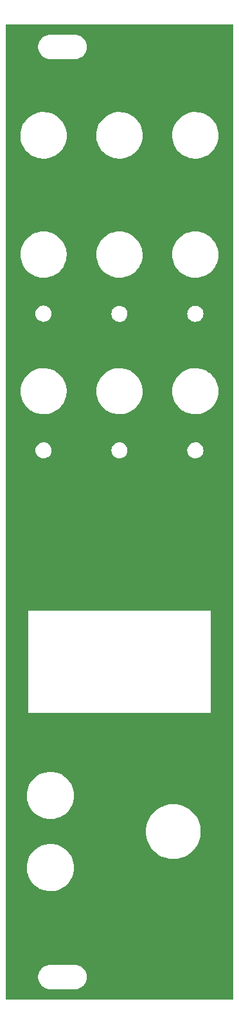
<source format=gbr>
%TF.GenerationSoftware,KiCad,Pcbnew,6.0.11-2627ca5db0~126~ubuntu22.04.1*%
%TF.CreationDate,2023-07-26T01:24:13+03:00*%
%TF.ProjectId,panel,70616e65-6c2e-46b6-9963-61645f706362,rev?*%
%TF.SameCoordinates,Original*%
%TF.FileFunction,Copper,L1,Top*%
%TF.FilePolarity,Positive*%
%FSLAX46Y46*%
G04 Gerber Fmt 4.6, Leading zero omitted, Abs format (unit mm)*
G04 Created by KiCad (PCBNEW 6.0.11-2627ca5db0~126~ubuntu22.04.1) date 2023-07-26 01:24:13*
%MOMM*%
%LPD*%
G01*
G04 APERTURE LIST*
G04 APERTURE END LIST*
%TA.AperFunction,NonConductor*%
G36*
X89931621Y-31780502D02*
G01*
X89978114Y-31834158D01*
X89989500Y-31886500D01*
X89989500Y-160113500D01*
X89969498Y-160181621D01*
X89915842Y-160228114D01*
X89863500Y-160239500D01*
X60136500Y-160239500D01*
X60068379Y-160219498D01*
X60021886Y-160165842D01*
X60010500Y-160113500D01*
X60010500Y-157370690D01*
X64289500Y-157370690D01*
X64325476Y-157609375D01*
X64396624Y-157840032D01*
X64501355Y-158057508D01*
X64637330Y-158256946D01*
X64640536Y-158260401D01*
X64798299Y-158430431D01*
X64798303Y-158430435D01*
X64801510Y-158433891D01*
X64805191Y-158436827D01*
X64805197Y-158436832D01*
X64986548Y-158581454D01*
X64986552Y-158581457D01*
X64990229Y-158584389D01*
X64994305Y-158586742D01*
X64994309Y-158586745D01*
X65099961Y-158647743D01*
X65199271Y-158705079D01*
X65203660Y-158706802D01*
X65203663Y-158706803D01*
X65419572Y-158791541D01*
X65419578Y-158791543D01*
X65423966Y-158793265D01*
X65428565Y-158794315D01*
X65428566Y-158794315D01*
X65654693Y-158845928D01*
X65654695Y-158845928D01*
X65659294Y-158846978D01*
X65663993Y-158847330D01*
X65663999Y-158847331D01*
X65839737Y-158860500D01*
X65900000Y-158865016D01*
X65900000Y-158861562D01*
X65910043Y-158860500D01*
X69086110Y-158860500D01*
X69100000Y-158861731D01*
X69100000Y-158865016D01*
X69195609Y-158857851D01*
X69336001Y-158847331D01*
X69336007Y-158847330D01*
X69340706Y-158846978D01*
X69345305Y-158845928D01*
X69345307Y-158845928D01*
X69571434Y-158794315D01*
X69571435Y-158794315D01*
X69576034Y-158793265D01*
X69580422Y-158791543D01*
X69580428Y-158791541D01*
X69796337Y-158706803D01*
X69796340Y-158706802D01*
X69800729Y-158705079D01*
X69900039Y-158647743D01*
X70005691Y-158586745D01*
X70005695Y-158586742D01*
X70009771Y-158584389D01*
X70013448Y-158581457D01*
X70013452Y-158581454D01*
X70194803Y-158436832D01*
X70194809Y-158436827D01*
X70198490Y-158433891D01*
X70201697Y-158430435D01*
X70201701Y-158430431D01*
X70359464Y-158260401D01*
X70362670Y-158256946D01*
X70498645Y-158057508D01*
X70603376Y-157840032D01*
X70674524Y-157609375D01*
X70710500Y-157370690D01*
X70710500Y-157129310D01*
X70674524Y-156890625D01*
X70603376Y-156659968D01*
X70498645Y-156442492D01*
X70362670Y-156243054D01*
X70215846Y-156084814D01*
X70201701Y-156069569D01*
X70201697Y-156069565D01*
X70198490Y-156066109D01*
X70194809Y-156063173D01*
X70194803Y-156063168D01*
X70013452Y-155918546D01*
X70013448Y-155918543D01*
X70009771Y-155915611D01*
X70005695Y-155913258D01*
X70005691Y-155913255D01*
X69840547Y-155817910D01*
X69800729Y-155794921D01*
X69796340Y-155793198D01*
X69796337Y-155793197D01*
X69580428Y-155708459D01*
X69580422Y-155708457D01*
X69576034Y-155706735D01*
X69571434Y-155705685D01*
X69345307Y-155654072D01*
X69345305Y-155654072D01*
X69340706Y-155653022D01*
X69336007Y-155652670D01*
X69336001Y-155652669D01*
X69148720Y-155638635D01*
X69100000Y-155634984D01*
X69100000Y-155638438D01*
X69089957Y-155639500D01*
X65913890Y-155639500D01*
X65900000Y-155638269D01*
X65900000Y-155634984D01*
X65804391Y-155642149D01*
X65663999Y-155652669D01*
X65663993Y-155652670D01*
X65659294Y-155653022D01*
X65654695Y-155654072D01*
X65654693Y-155654072D01*
X65428566Y-155705685D01*
X65423966Y-155706735D01*
X65419578Y-155708457D01*
X65419572Y-155708459D01*
X65203663Y-155793197D01*
X65203660Y-155793198D01*
X65199271Y-155794921D01*
X65159453Y-155817910D01*
X64994309Y-155913255D01*
X64994305Y-155913258D01*
X64990229Y-155915611D01*
X64986552Y-155918543D01*
X64986548Y-155918546D01*
X64805197Y-156063168D01*
X64805191Y-156063173D01*
X64801510Y-156066109D01*
X64798303Y-156069565D01*
X64798299Y-156069569D01*
X64784154Y-156084814D01*
X64637330Y-156243054D01*
X64501355Y-156442492D01*
X64396624Y-156659968D01*
X64325476Y-156890625D01*
X64289500Y-157129310D01*
X64289500Y-157370690D01*
X60010500Y-157370690D01*
X60010500Y-142806502D01*
X62784903Y-142806502D01*
X62784918Y-142806864D01*
X62799468Y-143154010D01*
X62852678Y-143497728D01*
X62943871Y-143833373D01*
X62993815Y-143959518D01*
X63067608Y-144145897D01*
X63071909Y-144156761D01*
X63235197Y-144463862D01*
X63237187Y-144466768D01*
X63237188Y-144466770D01*
X63429709Y-144747940D01*
X63429714Y-144747946D01*
X63431700Y-144750847D01*
X63658968Y-145014139D01*
X63914169Y-145250458D01*
X64194121Y-145456856D01*
X64197158Y-145458610D01*
X64197162Y-145458612D01*
X64310476Y-145524034D01*
X64495336Y-145630763D01*
X64498557Y-145632170D01*
X64810836Y-145768602D01*
X64810846Y-145768606D01*
X64814058Y-145770009D01*
X64817415Y-145771048D01*
X64817420Y-145771050D01*
X65142956Y-145871820D01*
X65146316Y-145872860D01*
X65149772Y-145873519D01*
X65149771Y-145873519D01*
X65484517Y-145937376D01*
X65484523Y-145937377D01*
X65487968Y-145938034D01*
X65678595Y-145952702D01*
X65831259Y-145964449D01*
X65831260Y-145964449D01*
X65834756Y-145964718D01*
X66064616Y-145956691D01*
X66178841Y-145952702D01*
X66178845Y-145952702D01*
X66182357Y-145952579D01*
X66185836Y-145952065D01*
X66185839Y-145952065D01*
X66522946Y-145902286D01*
X66522952Y-145902285D01*
X66526438Y-145901770D01*
X66529842Y-145900871D01*
X66529845Y-145900870D01*
X66859321Y-145813818D01*
X66859322Y-145813818D01*
X66862712Y-145812922D01*
X67186986Y-145687145D01*
X67495219Y-145526005D01*
X67783569Y-145331510D01*
X68048441Y-145106086D01*
X68076904Y-145075776D01*
X68284125Y-144855109D01*
X68284129Y-144855104D01*
X68286536Y-144852541D01*
X68288641Y-144849727D01*
X68288647Y-144849720D01*
X68492775Y-144576856D01*
X68494884Y-144574037D01*
X68670889Y-144274043D01*
X68721719Y-144159878D01*
X68810925Y-143959518D01*
X68810927Y-143959513D01*
X68812357Y-143956301D01*
X68917525Y-143624769D01*
X68942680Y-143497728D01*
X68984399Y-143287031D01*
X68984400Y-143287026D01*
X68985082Y-143283580D01*
X68995962Y-143154010D01*
X69014003Y-142939171D01*
X69014004Y-142939160D01*
X69014186Y-142936987D01*
X69015401Y-142850000D01*
X69012990Y-142806864D01*
X68996182Y-142506243D01*
X68995986Y-142502730D01*
X68989276Y-142463059D01*
X68938570Y-142163269D01*
X68938569Y-142163265D01*
X68937981Y-142159788D01*
X68926832Y-142120905D01*
X68843080Y-141828829D01*
X68842111Y-141825449D01*
X68724193Y-141539357D01*
X68710908Y-141507125D01*
X68710904Y-141507117D01*
X68709570Y-141503880D01*
X68542010Y-141199089D01*
X68341519Y-140914876D01*
X68110597Y-140654782D01*
X67960031Y-140519212D01*
X67854740Y-140424407D01*
X67854737Y-140424405D01*
X67852122Y-140422050D01*
X67849272Y-140420009D01*
X67849265Y-140420004D01*
X67572169Y-140221623D01*
X67572166Y-140221621D01*
X67569315Y-140219580D01*
X67265702Y-140049896D01*
X66945066Y-139915113D01*
X66941697Y-139914122D01*
X66941693Y-139914120D01*
X66794641Y-139870841D01*
X66611405Y-139816911D01*
X66268876Y-139756514D01*
X66265367Y-139756293D01*
X66265365Y-139756293D01*
X65925267Y-139734896D01*
X65925261Y-139734896D01*
X65921749Y-139734675D01*
X65840988Y-139738625D01*
X65577859Y-139751493D01*
X65577850Y-139751494D01*
X65574352Y-139751665D01*
X65570884Y-139752227D01*
X65570881Y-139752227D01*
X65234488Y-139806711D01*
X65234485Y-139806712D01*
X65231013Y-139807274D01*
X65227626Y-139808220D01*
X65227620Y-139808221D01*
X65106180Y-139842128D01*
X64896013Y-139900808D01*
X64800215Y-139939513D01*
X64576791Y-140029782D01*
X64576787Y-140029784D01*
X64573527Y-140031101D01*
X64570440Y-140032770D01*
X64570436Y-140032772D01*
X64541287Y-140048533D01*
X64267574Y-140196529D01*
X63981968Y-140395031D01*
X63979326Y-140397344D01*
X63979322Y-140397347D01*
X63837439Y-140521556D01*
X63720268Y-140624131D01*
X63485737Y-140880975D01*
X63281298Y-141162362D01*
X63109499Y-141464783D01*
X62972481Y-141784470D01*
X62871952Y-142117438D01*
X62809165Y-142459537D01*
X62784903Y-142806502D01*
X60010500Y-142806502D01*
X60010500Y-138100000D01*
X78484545Y-138100000D01*
X78504351Y-138477918D01*
X78563551Y-138851695D01*
X78661498Y-139217237D01*
X78797118Y-139570538D01*
X78798616Y-139573478D01*
X78966071Y-139902127D01*
X78968924Y-139907727D01*
X78970720Y-139910493D01*
X78970722Y-139910496D01*
X79106295Y-140119261D01*
X79175035Y-140225111D01*
X79413193Y-140519212D01*
X79680788Y-140786807D01*
X79683363Y-140788892D01*
X79972317Y-141022883D01*
X79972326Y-141022890D01*
X79974889Y-141024965D01*
X80292272Y-141231076D01*
X80629462Y-141402882D01*
X80782732Y-141461717D01*
X80918457Y-141513817D01*
X80982763Y-141538502D01*
X81348305Y-141636449D01*
X81547020Y-141667922D01*
X81718834Y-141695135D01*
X81718842Y-141695136D01*
X81722082Y-141695649D01*
X82100000Y-141715455D01*
X82477918Y-141695649D01*
X82481158Y-141695136D01*
X82481166Y-141695135D01*
X82652980Y-141667922D01*
X82851695Y-141636449D01*
X83217237Y-141538502D01*
X83281544Y-141513817D01*
X83417268Y-141461717D01*
X83570538Y-141402882D01*
X83907728Y-141231076D01*
X84225111Y-141024965D01*
X84227674Y-141022890D01*
X84227683Y-141022883D01*
X84516637Y-140788892D01*
X84519212Y-140786807D01*
X84786807Y-140519212D01*
X85024965Y-140225111D01*
X85093705Y-140119261D01*
X85229278Y-139910496D01*
X85229280Y-139910493D01*
X85231076Y-139907727D01*
X85233930Y-139902127D01*
X85401384Y-139573478D01*
X85402882Y-139570538D01*
X85538502Y-139217237D01*
X85636449Y-138851695D01*
X85695649Y-138477918D01*
X85715455Y-138100000D01*
X85695649Y-137722082D01*
X85636449Y-137348305D01*
X85538502Y-136982763D01*
X85402882Y-136629462D01*
X85318804Y-136464449D01*
X85232575Y-136295214D01*
X85232571Y-136295207D01*
X85231076Y-136292273D01*
X85126191Y-136130763D01*
X85026767Y-135977664D01*
X85024965Y-135974889D01*
X84786807Y-135680788D01*
X84519212Y-135413193D01*
X84322026Y-135253515D01*
X84227683Y-135177117D01*
X84227674Y-135177110D01*
X84225111Y-135175035D01*
X83907728Y-134968924D01*
X83570538Y-134797118D01*
X83355875Y-134714716D01*
X83220327Y-134662684D01*
X83220325Y-134662683D01*
X83217237Y-134661498D01*
X82851695Y-134563551D01*
X82640896Y-134530164D01*
X82481166Y-134504865D01*
X82481158Y-134504864D01*
X82477918Y-134504351D01*
X82100000Y-134484545D01*
X81722082Y-134504351D01*
X81718842Y-134504864D01*
X81718834Y-134504865D01*
X81559104Y-134530164D01*
X81348305Y-134563551D01*
X80982763Y-134661498D01*
X80979675Y-134662683D01*
X80979673Y-134662684D01*
X80844125Y-134714716D01*
X80629462Y-134797118D01*
X80626522Y-134798616D01*
X80295214Y-134967425D01*
X80295211Y-134967427D01*
X80292273Y-134968924D01*
X80289507Y-134970720D01*
X80289504Y-134970722D01*
X80257660Y-134991402D01*
X79974889Y-135175035D01*
X79680788Y-135413193D01*
X79413193Y-135680788D01*
X79175035Y-135974889D01*
X79173233Y-135977664D01*
X79073810Y-136130763D01*
X78968924Y-136292273D01*
X78967429Y-136295207D01*
X78967425Y-136295214D01*
X78881196Y-136464449D01*
X78797118Y-136629462D01*
X78661498Y-136982763D01*
X78563551Y-137348305D01*
X78504351Y-137722082D01*
X78484545Y-138100000D01*
X60010500Y-138100000D01*
X60010500Y-133306502D01*
X62784903Y-133306502D01*
X62784918Y-133306864D01*
X62799468Y-133654010D01*
X62852678Y-133997728D01*
X62943871Y-134333373D01*
X62993815Y-134459518D01*
X63067608Y-134645897D01*
X63071909Y-134656761D01*
X63073564Y-134659873D01*
X63073566Y-134659878D01*
X63075058Y-134662684D01*
X63235197Y-134963862D01*
X63237187Y-134966768D01*
X63237188Y-134966770D01*
X63429709Y-135247940D01*
X63429714Y-135247946D01*
X63431700Y-135250847D01*
X63658968Y-135514139D01*
X63914169Y-135750458D01*
X64194121Y-135956856D01*
X64197158Y-135958610D01*
X64197162Y-135958612D01*
X64310476Y-136024034D01*
X64495336Y-136130763D01*
X64498557Y-136132170D01*
X64810836Y-136268602D01*
X64810846Y-136268606D01*
X64814058Y-136270009D01*
X64817415Y-136271048D01*
X64817420Y-136271050D01*
X65142956Y-136371820D01*
X65146316Y-136372860D01*
X65149772Y-136373519D01*
X65149771Y-136373519D01*
X65484517Y-136437376D01*
X65484523Y-136437377D01*
X65487968Y-136438034D01*
X65678595Y-136452702D01*
X65831259Y-136464449D01*
X65831260Y-136464449D01*
X65834756Y-136464718D01*
X66064616Y-136456691D01*
X66178841Y-136452702D01*
X66178845Y-136452702D01*
X66182357Y-136452579D01*
X66185836Y-136452065D01*
X66185839Y-136452065D01*
X66522946Y-136402286D01*
X66522952Y-136402285D01*
X66526438Y-136401770D01*
X66529842Y-136400871D01*
X66529845Y-136400870D01*
X66859321Y-136313818D01*
X66859322Y-136313818D01*
X66862712Y-136312922D01*
X67186986Y-136187145D01*
X67495219Y-136026005D01*
X67783569Y-135831510D01*
X68048441Y-135606086D01*
X68076904Y-135575776D01*
X68284125Y-135355109D01*
X68284129Y-135355104D01*
X68286536Y-135352541D01*
X68288641Y-135349727D01*
X68288647Y-135349720D01*
X68492775Y-135076856D01*
X68494884Y-135074037D01*
X68670889Y-134774043D01*
X68720469Y-134662684D01*
X68810925Y-134459518D01*
X68810927Y-134459513D01*
X68812357Y-134456301D01*
X68917525Y-134124769D01*
X68942680Y-133997728D01*
X68984399Y-133787031D01*
X68984400Y-133787026D01*
X68985082Y-133783580D01*
X68995962Y-133654010D01*
X69014003Y-133439171D01*
X69014004Y-133439160D01*
X69014186Y-133436987D01*
X69015401Y-133350000D01*
X69012990Y-133306864D01*
X68996182Y-133006243D01*
X68995986Y-133002730D01*
X68989276Y-132963059D01*
X68938570Y-132663269D01*
X68938569Y-132663265D01*
X68937981Y-132659788D01*
X68926832Y-132620905D01*
X68843080Y-132328829D01*
X68842111Y-132325449D01*
X68714183Y-132015071D01*
X68710908Y-132007125D01*
X68710904Y-132007117D01*
X68709570Y-132003880D01*
X68542010Y-131699089D01*
X68341519Y-131414876D01*
X68110597Y-131154782D01*
X67852122Y-130922050D01*
X67849272Y-130920009D01*
X67849265Y-130920004D01*
X67572169Y-130721623D01*
X67572166Y-130721621D01*
X67569315Y-130719580D01*
X67265702Y-130549896D01*
X66945066Y-130415113D01*
X66941697Y-130414122D01*
X66941693Y-130414120D01*
X66794641Y-130370841D01*
X66611405Y-130316911D01*
X66268876Y-130256514D01*
X66265367Y-130256293D01*
X66265365Y-130256293D01*
X65925267Y-130234896D01*
X65925261Y-130234896D01*
X65921749Y-130234675D01*
X65840988Y-130238625D01*
X65577859Y-130251493D01*
X65577850Y-130251494D01*
X65574352Y-130251665D01*
X65570884Y-130252227D01*
X65570881Y-130252227D01*
X65234488Y-130306711D01*
X65234485Y-130306712D01*
X65231013Y-130307274D01*
X65227626Y-130308220D01*
X65227620Y-130308221D01*
X65106180Y-130342128D01*
X64896013Y-130400808D01*
X64800215Y-130439513D01*
X64576791Y-130529782D01*
X64576787Y-130529784D01*
X64573527Y-130531101D01*
X64570440Y-130532770D01*
X64570436Y-130532772D01*
X64541287Y-130548533D01*
X64267574Y-130696529D01*
X63981968Y-130895031D01*
X63979326Y-130897344D01*
X63979322Y-130897347D01*
X63953441Y-130920004D01*
X63720268Y-131124131D01*
X63485737Y-131380975D01*
X63281298Y-131662362D01*
X63109499Y-131964783D01*
X62972481Y-132284470D01*
X62871952Y-132617438D01*
X62809165Y-132959537D01*
X62784903Y-133306502D01*
X60010500Y-133306502D01*
X60010500Y-122500000D01*
X62988635Y-122500000D01*
X62989500Y-122502088D01*
X62991964Y-122508036D01*
X63000000Y-122511365D01*
X63002088Y-122510500D01*
X86997912Y-122510500D01*
X87000000Y-122511365D01*
X87002088Y-122510500D01*
X87008036Y-122508036D01*
X87011365Y-122500000D01*
X87010500Y-122497912D01*
X87010500Y-109002088D01*
X87011365Y-109000000D01*
X87008036Y-108991964D01*
X87002088Y-108989500D01*
X87000000Y-108988635D01*
X86997912Y-108989500D01*
X63002088Y-108989500D01*
X63000000Y-108988635D01*
X62997912Y-108989500D01*
X62991964Y-108991964D01*
X62988635Y-109000000D01*
X62989500Y-109002088D01*
X62989500Y-122497912D01*
X62988635Y-122500000D01*
X60010500Y-122500000D01*
X60010500Y-87885121D01*
X63934473Y-87885121D01*
X63934504Y-87885486D01*
X63951876Y-88092367D01*
X64009201Y-88292285D01*
X64012019Y-88297767D01*
X64012020Y-88297771D01*
X64101446Y-88471775D01*
X64101449Y-88471779D01*
X64104266Y-88477261D01*
X64233449Y-88640249D01*
X64238143Y-88644244D01*
X64264924Y-88667036D01*
X64391830Y-88775042D01*
X64397208Y-88778048D01*
X64397210Y-88778049D01*
X64560218Y-88869151D01*
X64573376Y-88876505D01*
X64771171Y-88940772D01*
X64977683Y-88965397D01*
X64983818Y-88964925D01*
X64983820Y-88964925D01*
X65178904Y-88949915D01*
X65178909Y-88949914D01*
X65185045Y-88949442D01*
X65190977Y-88947786D01*
X65190981Y-88947785D01*
X65379414Y-88895173D01*
X65379418Y-88895172D01*
X65385358Y-88893513D01*
X65390862Y-88890733D01*
X65390864Y-88890732D01*
X65565493Y-88802521D01*
X65565495Y-88802520D01*
X65570994Y-88799742D01*
X65734880Y-88671700D01*
X65870775Y-88514264D01*
X65873818Y-88508907D01*
X65873821Y-88508903D01*
X65922138Y-88423848D01*
X65973502Y-88333431D01*
X65977038Y-88322803D01*
X66037202Y-88141941D01*
X66039149Y-88136089D01*
X66065216Y-87929754D01*
X66065631Y-87900000D01*
X66064172Y-87885121D01*
X73934473Y-87885121D01*
X73934504Y-87885486D01*
X73951876Y-88092367D01*
X74009201Y-88292285D01*
X74012019Y-88297767D01*
X74012020Y-88297771D01*
X74101446Y-88471775D01*
X74101449Y-88471779D01*
X74104266Y-88477261D01*
X74233449Y-88640249D01*
X74238143Y-88644244D01*
X74264924Y-88667036D01*
X74391830Y-88775042D01*
X74397208Y-88778048D01*
X74397210Y-88778049D01*
X74560218Y-88869151D01*
X74573376Y-88876505D01*
X74771171Y-88940772D01*
X74977683Y-88965397D01*
X74983818Y-88964925D01*
X74983820Y-88964925D01*
X75178904Y-88949915D01*
X75178909Y-88949914D01*
X75185045Y-88949442D01*
X75190977Y-88947786D01*
X75190981Y-88947785D01*
X75379414Y-88895173D01*
X75379418Y-88895172D01*
X75385358Y-88893513D01*
X75390862Y-88890733D01*
X75390864Y-88890732D01*
X75565493Y-88802521D01*
X75565495Y-88802520D01*
X75570994Y-88799742D01*
X75734880Y-88671700D01*
X75870775Y-88514264D01*
X75873818Y-88508907D01*
X75873821Y-88508903D01*
X75922138Y-88423848D01*
X75973502Y-88333431D01*
X75977038Y-88322803D01*
X76037202Y-88141941D01*
X76039149Y-88136089D01*
X76065216Y-87929754D01*
X76065631Y-87900000D01*
X76064172Y-87885121D01*
X83934473Y-87885121D01*
X83934504Y-87885486D01*
X83951876Y-88092367D01*
X84009201Y-88292285D01*
X84012019Y-88297767D01*
X84012020Y-88297771D01*
X84101446Y-88471775D01*
X84101449Y-88471779D01*
X84104266Y-88477261D01*
X84233449Y-88640249D01*
X84238143Y-88644244D01*
X84264924Y-88667036D01*
X84391830Y-88775042D01*
X84397208Y-88778048D01*
X84397210Y-88778049D01*
X84560218Y-88869151D01*
X84573376Y-88876505D01*
X84771171Y-88940772D01*
X84977683Y-88965397D01*
X84983818Y-88964925D01*
X84983820Y-88964925D01*
X85178904Y-88949915D01*
X85178909Y-88949914D01*
X85185045Y-88949442D01*
X85190977Y-88947786D01*
X85190981Y-88947785D01*
X85379414Y-88895173D01*
X85379418Y-88895172D01*
X85385358Y-88893513D01*
X85390862Y-88890733D01*
X85390864Y-88890732D01*
X85565493Y-88802521D01*
X85565495Y-88802520D01*
X85570994Y-88799742D01*
X85734880Y-88671700D01*
X85870775Y-88514264D01*
X85873818Y-88508907D01*
X85873821Y-88508903D01*
X85922138Y-88423848D01*
X85973502Y-88333431D01*
X85977038Y-88322803D01*
X86037202Y-88141941D01*
X86039149Y-88136089D01*
X86065216Y-87929754D01*
X86065631Y-87900000D01*
X86045336Y-87693018D01*
X86039163Y-87672570D01*
X85987006Y-87499819D01*
X85985225Y-87493920D01*
X85975062Y-87474806D01*
X85890481Y-87315731D01*
X85890479Y-87315728D01*
X85887587Y-87310289D01*
X85883697Y-87305519D01*
X85883694Y-87305515D01*
X85760036Y-87153895D01*
X85760033Y-87153892D01*
X85756141Y-87149120D01*
X85751392Y-87145191D01*
X85600643Y-87020481D01*
X85600640Y-87020479D01*
X85595893Y-87016552D01*
X85412949Y-86917634D01*
X85214275Y-86856134D01*
X85208150Y-86855490D01*
X85208149Y-86855490D01*
X85013568Y-86835039D01*
X85013566Y-86835039D01*
X85007439Y-86834395D01*
X84920414Y-86842315D01*
X84806460Y-86852685D01*
X84806457Y-86852686D01*
X84800321Y-86853244D01*
X84794415Y-86854982D01*
X84794411Y-86854983D01*
X84703527Y-86881732D01*
X84600808Y-86911964D01*
X84416500Y-87008318D01*
X84254417Y-87138636D01*
X84250459Y-87143353D01*
X84250457Y-87143355D01*
X84245620Y-87149120D01*
X84120733Y-87297954D01*
X84117769Y-87303346D01*
X84117766Y-87303350D01*
X84110960Y-87315731D01*
X84020541Y-87480203D01*
X83957656Y-87678443D01*
X83934473Y-87885121D01*
X76064172Y-87885121D01*
X76045336Y-87693018D01*
X76039163Y-87672570D01*
X75987006Y-87499819D01*
X75985225Y-87493920D01*
X75975062Y-87474806D01*
X75890481Y-87315731D01*
X75890479Y-87315728D01*
X75887587Y-87310289D01*
X75883697Y-87305519D01*
X75883694Y-87305515D01*
X75760036Y-87153895D01*
X75760033Y-87153892D01*
X75756141Y-87149120D01*
X75751392Y-87145191D01*
X75600643Y-87020481D01*
X75600640Y-87020479D01*
X75595893Y-87016552D01*
X75412949Y-86917634D01*
X75214275Y-86856134D01*
X75208150Y-86855490D01*
X75208149Y-86855490D01*
X75013568Y-86835039D01*
X75013566Y-86835039D01*
X75007439Y-86834395D01*
X74920414Y-86842315D01*
X74806460Y-86852685D01*
X74806457Y-86852686D01*
X74800321Y-86853244D01*
X74794415Y-86854982D01*
X74794411Y-86854983D01*
X74703527Y-86881732D01*
X74600808Y-86911964D01*
X74416500Y-87008318D01*
X74254417Y-87138636D01*
X74250459Y-87143353D01*
X74250457Y-87143355D01*
X74245620Y-87149120D01*
X74120733Y-87297954D01*
X74117769Y-87303346D01*
X74117766Y-87303350D01*
X74110960Y-87315731D01*
X74020541Y-87480203D01*
X73957656Y-87678443D01*
X73934473Y-87885121D01*
X66064172Y-87885121D01*
X66045336Y-87693018D01*
X66039163Y-87672570D01*
X65987006Y-87499819D01*
X65985225Y-87493920D01*
X65975062Y-87474806D01*
X65890481Y-87315731D01*
X65890479Y-87315728D01*
X65887587Y-87310289D01*
X65883697Y-87305519D01*
X65883694Y-87305515D01*
X65760036Y-87153895D01*
X65760033Y-87153892D01*
X65756141Y-87149120D01*
X65751392Y-87145191D01*
X65600643Y-87020481D01*
X65600640Y-87020479D01*
X65595893Y-87016552D01*
X65412949Y-86917634D01*
X65214275Y-86856134D01*
X65208150Y-86855490D01*
X65208149Y-86855490D01*
X65013568Y-86835039D01*
X65013566Y-86835039D01*
X65007439Y-86834395D01*
X64920414Y-86842315D01*
X64806460Y-86852685D01*
X64806457Y-86852686D01*
X64800321Y-86853244D01*
X64794415Y-86854982D01*
X64794411Y-86854983D01*
X64703527Y-86881732D01*
X64600808Y-86911964D01*
X64416500Y-87008318D01*
X64254417Y-87138636D01*
X64250459Y-87143353D01*
X64250457Y-87143355D01*
X64245620Y-87149120D01*
X64120733Y-87297954D01*
X64117769Y-87303346D01*
X64117766Y-87303350D01*
X64110960Y-87315731D01*
X64020541Y-87480203D01*
X63957656Y-87678443D01*
X63934473Y-87885121D01*
X60010500Y-87885121D01*
X60010500Y-80057481D01*
X61955006Y-80057481D01*
X61955021Y-80057841D01*
X61969243Y-80397168D01*
X61988308Y-80520319D01*
X62020426Y-80727789D01*
X62021256Y-80733152D01*
X62110396Y-81061243D01*
X62235553Y-81377354D01*
X62237199Y-81380450D01*
X62237201Y-81380454D01*
X62296509Y-81491996D01*
X62395167Y-81677543D01*
X62397152Y-81680442D01*
X62585256Y-81955163D01*
X62585261Y-81955169D01*
X62587247Y-81958070D01*
X62809401Y-82215437D01*
X63058858Y-82446437D01*
X63061680Y-82448518D01*
X63061683Y-82448520D01*
X63153989Y-82516573D01*
X63332511Y-82648191D01*
X63335548Y-82649945D01*
X63335552Y-82649947D01*
X63452405Y-82717412D01*
X63626947Y-82818184D01*
X63630168Y-82819591D01*
X63935275Y-82952889D01*
X63935285Y-82952893D01*
X63938497Y-82954296D01*
X63941855Y-82955335D01*
X63941859Y-82955337D01*
X64124208Y-83011784D01*
X64263277Y-83054833D01*
X64597241Y-83118540D01*
X64850224Y-83138006D01*
X64932727Y-83144354D01*
X64932728Y-83144354D01*
X64936224Y-83144623D01*
X65141657Y-83137449D01*
X65272488Y-83132881D01*
X65272493Y-83132881D01*
X65276003Y-83132758D01*
X65376764Y-83117879D01*
X65608849Y-83083608D01*
X65608855Y-83083607D01*
X65612341Y-83083092D01*
X65615745Y-83082193D01*
X65615748Y-83082192D01*
X65937656Y-82997140D01*
X65937657Y-82997140D01*
X65941047Y-82996244D01*
X66258023Y-82873297D01*
X66407480Y-82795163D01*
X66556205Y-82717412D01*
X66556212Y-82717408D01*
X66559320Y-82715783D01*
X66562225Y-82713824D01*
X66562231Y-82713820D01*
X66838271Y-82527627D01*
X66841180Y-82525665D01*
X67100092Y-82305314D01*
X67201316Y-82197521D01*
X67330417Y-82060043D01*
X67330421Y-82060038D01*
X67332828Y-82057475D01*
X67536488Y-81785238D01*
X67544862Y-81770966D01*
X67602162Y-81673299D01*
X67708532Y-81491996D01*
X67846816Y-81181404D01*
X67949618Y-80857333D01*
X68015654Y-80523823D01*
X68044104Y-80185030D01*
X68045291Y-80100000D01*
X68042914Y-80057481D01*
X71955006Y-80057481D01*
X71955021Y-80057841D01*
X71969243Y-80397168D01*
X71988308Y-80520319D01*
X72020426Y-80727789D01*
X72021256Y-80733152D01*
X72110396Y-81061243D01*
X72235553Y-81377354D01*
X72237199Y-81380450D01*
X72237201Y-81380454D01*
X72296509Y-81491996D01*
X72395167Y-81677543D01*
X72397152Y-81680442D01*
X72585256Y-81955163D01*
X72585261Y-81955169D01*
X72587247Y-81958070D01*
X72809401Y-82215437D01*
X73058858Y-82446437D01*
X73061680Y-82448518D01*
X73061683Y-82448520D01*
X73153989Y-82516573D01*
X73332511Y-82648191D01*
X73335548Y-82649945D01*
X73335552Y-82649947D01*
X73452405Y-82717412D01*
X73626947Y-82818184D01*
X73630168Y-82819591D01*
X73935275Y-82952889D01*
X73935285Y-82952893D01*
X73938497Y-82954296D01*
X73941855Y-82955335D01*
X73941859Y-82955337D01*
X74124208Y-83011784D01*
X74263277Y-83054833D01*
X74597241Y-83118540D01*
X74850224Y-83138006D01*
X74932727Y-83144354D01*
X74932728Y-83144354D01*
X74936224Y-83144623D01*
X75141657Y-83137449D01*
X75272488Y-83132881D01*
X75272493Y-83132881D01*
X75276003Y-83132758D01*
X75376764Y-83117879D01*
X75608849Y-83083608D01*
X75608855Y-83083607D01*
X75612341Y-83083092D01*
X75615745Y-83082193D01*
X75615748Y-83082192D01*
X75937656Y-82997140D01*
X75937657Y-82997140D01*
X75941047Y-82996244D01*
X76258023Y-82873297D01*
X76407480Y-82795163D01*
X76556205Y-82717412D01*
X76556212Y-82717408D01*
X76559320Y-82715783D01*
X76562225Y-82713824D01*
X76562231Y-82713820D01*
X76838271Y-82527627D01*
X76841180Y-82525665D01*
X77100092Y-82305314D01*
X77201316Y-82197521D01*
X77330417Y-82060043D01*
X77330421Y-82060038D01*
X77332828Y-82057475D01*
X77536488Y-81785238D01*
X77544862Y-81770966D01*
X77602162Y-81673299D01*
X77708532Y-81491996D01*
X77846816Y-81181404D01*
X77949618Y-80857333D01*
X78015654Y-80523823D01*
X78044104Y-80185030D01*
X78045291Y-80100000D01*
X78042914Y-80057481D01*
X81955006Y-80057481D01*
X81955021Y-80057841D01*
X81969243Y-80397168D01*
X81988308Y-80520319D01*
X82020426Y-80727789D01*
X82021256Y-80733152D01*
X82110396Y-81061243D01*
X82235553Y-81377354D01*
X82237199Y-81380450D01*
X82237201Y-81380454D01*
X82296509Y-81491996D01*
X82395167Y-81677543D01*
X82397152Y-81680442D01*
X82585256Y-81955163D01*
X82585261Y-81955169D01*
X82587247Y-81958070D01*
X82809401Y-82215437D01*
X83058858Y-82446437D01*
X83061680Y-82448518D01*
X83061683Y-82448520D01*
X83153989Y-82516573D01*
X83332511Y-82648191D01*
X83335548Y-82649945D01*
X83335552Y-82649947D01*
X83452405Y-82717412D01*
X83626947Y-82818184D01*
X83630168Y-82819591D01*
X83935275Y-82952889D01*
X83935285Y-82952893D01*
X83938497Y-82954296D01*
X83941855Y-82955335D01*
X83941859Y-82955337D01*
X84124208Y-83011784D01*
X84263277Y-83054833D01*
X84597241Y-83118540D01*
X84850224Y-83138006D01*
X84932727Y-83144354D01*
X84932728Y-83144354D01*
X84936224Y-83144623D01*
X85141657Y-83137449D01*
X85272488Y-83132881D01*
X85272493Y-83132881D01*
X85276003Y-83132758D01*
X85376764Y-83117879D01*
X85608849Y-83083608D01*
X85608855Y-83083607D01*
X85612341Y-83083092D01*
X85615745Y-83082193D01*
X85615748Y-83082192D01*
X85937656Y-82997140D01*
X85937657Y-82997140D01*
X85941047Y-82996244D01*
X86258023Y-82873297D01*
X86407480Y-82795163D01*
X86556205Y-82717412D01*
X86556212Y-82717408D01*
X86559320Y-82715783D01*
X86562225Y-82713824D01*
X86562231Y-82713820D01*
X86838271Y-82527627D01*
X86841180Y-82525665D01*
X87100092Y-82305314D01*
X87201316Y-82197521D01*
X87330417Y-82060043D01*
X87330421Y-82060038D01*
X87332828Y-82057475D01*
X87536488Y-81785238D01*
X87544862Y-81770966D01*
X87602162Y-81673299D01*
X87708532Y-81491996D01*
X87846816Y-81181404D01*
X87949618Y-80857333D01*
X88015654Y-80523823D01*
X88044104Y-80185030D01*
X88045291Y-80100000D01*
X88042719Y-80053986D01*
X88026509Y-79764053D01*
X88026313Y-79760545D01*
X88009476Y-79660997D01*
X87970201Y-79428789D01*
X87970200Y-79428784D01*
X87969614Y-79425320D01*
X87875901Y-79098505D01*
X87830759Y-78988982D01*
X87747680Y-78787418D01*
X87747676Y-78787411D01*
X87746342Y-78784173D01*
X87582553Y-78486242D01*
X87386575Y-78208424D01*
X87384240Y-78205794D01*
X87384232Y-78205784D01*
X87239716Y-78043013D01*
X87160849Y-77954184D01*
X86908191Y-77726689D01*
X86814886Y-77659889D01*
X86634616Y-77530828D01*
X86634609Y-77530824D01*
X86631749Y-77528776D01*
X86334968Y-77362911D01*
X86021548Y-77231161D01*
X86018179Y-77230170D01*
X86018175Y-77230168D01*
X85874351Y-77187839D01*
X85695395Y-77135169D01*
X85427652Y-77087959D01*
X85364035Y-77076741D01*
X85364033Y-77076741D01*
X85360575Y-77076131D01*
X85357066Y-77075910D01*
X85357064Y-77075910D01*
X85024778Y-77055004D01*
X85024772Y-77055004D01*
X85021260Y-77054783D01*
X84924345Y-77059523D01*
X84685187Y-77071219D01*
X84685178Y-77071220D01*
X84681680Y-77071391D01*
X84678212Y-77071953D01*
X84678209Y-77071953D01*
X84349543Y-77125186D01*
X84349540Y-77125187D01*
X84346068Y-77125749D01*
X84342681Y-77126695D01*
X84342675Y-77126696D01*
X84073450Y-77201865D01*
X84018607Y-77217178D01*
X83923860Y-77255458D01*
X83706642Y-77343219D01*
X83706638Y-77343221D01*
X83703378Y-77344538D01*
X83700291Y-77346207D01*
X83700287Y-77346209D01*
X83595908Y-77402647D01*
X83404310Y-77506244D01*
X83125132Y-77700278D01*
X82869322Y-77924223D01*
X82640069Y-78175287D01*
X82440230Y-78450341D01*
X82272297Y-78745956D01*
X82138363Y-79058449D01*
X82040096Y-79383924D01*
X81978722Y-79718324D01*
X81955006Y-80057481D01*
X78042914Y-80057481D01*
X78042719Y-80053986D01*
X78026509Y-79764053D01*
X78026313Y-79760545D01*
X78009476Y-79660997D01*
X77970201Y-79428789D01*
X77970200Y-79428784D01*
X77969614Y-79425320D01*
X77875901Y-79098505D01*
X77830759Y-78988982D01*
X77747680Y-78787418D01*
X77747676Y-78787411D01*
X77746342Y-78784173D01*
X77582553Y-78486242D01*
X77386575Y-78208424D01*
X77384240Y-78205794D01*
X77384232Y-78205784D01*
X77239716Y-78043013D01*
X77160849Y-77954184D01*
X76908191Y-77726689D01*
X76814886Y-77659889D01*
X76634616Y-77530828D01*
X76634609Y-77530824D01*
X76631749Y-77528776D01*
X76334968Y-77362911D01*
X76021548Y-77231161D01*
X76018179Y-77230170D01*
X76018175Y-77230168D01*
X75874351Y-77187839D01*
X75695395Y-77135169D01*
X75427652Y-77087959D01*
X75364035Y-77076741D01*
X75364033Y-77076741D01*
X75360575Y-77076131D01*
X75357066Y-77075910D01*
X75357064Y-77075910D01*
X75024778Y-77055004D01*
X75024772Y-77055004D01*
X75021260Y-77054783D01*
X74924345Y-77059523D01*
X74685187Y-77071219D01*
X74685178Y-77071220D01*
X74681680Y-77071391D01*
X74678212Y-77071953D01*
X74678209Y-77071953D01*
X74349543Y-77125186D01*
X74349540Y-77125187D01*
X74346068Y-77125749D01*
X74342681Y-77126695D01*
X74342675Y-77126696D01*
X74073450Y-77201865D01*
X74018607Y-77217178D01*
X73923860Y-77255458D01*
X73706642Y-77343219D01*
X73706638Y-77343221D01*
X73703378Y-77344538D01*
X73700291Y-77346207D01*
X73700287Y-77346209D01*
X73595908Y-77402647D01*
X73404310Y-77506244D01*
X73125132Y-77700278D01*
X72869322Y-77924223D01*
X72640069Y-78175287D01*
X72440230Y-78450341D01*
X72272297Y-78745956D01*
X72138363Y-79058449D01*
X72040096Y-79383924D01*
X71978722Y-79718324D01*
X71955006Y-80057481D01*
X68042914Y-80057481D01*
X68042719Y-80053986D01*
X68026509Y-79764053D01*
X68026313Y-79760545D01*
X68009476Y-79660997D01*
X67970201Y-79428789D01*
X67970200Y-79428784D01*
X67969614Y-79425320D01*
X67875901Y-79098505D01*
X67830759Y-78988982D01*
X67747680Y-78787418D01*
X67747676Y-78787411D01*
X67746342Y-78784173D01*
X67582553Y-78486242D01*
X67386575Y-78208424D01*
X67384240Y-78205794D01*
X67384232Y-78205784D01*
X67239716Y-78043013D01*
X67160849Y-77954184D01*
X66908191Y-77726689D01*
X66814886Y-77659889D01*
X66634616Y-77530828D01*
X66634609Y-77530824D01*
X66631749Y-77528776D01*
X66334968Y-77362911D01*
X66021548Y-77231161D01*
X66018179Y-77230170D01*
X66018175Y-77230168D01*
X65874351Y-77187839D01*
X65695395Y-77135169D01*
X65427652Y-77087959D01*
X65364035Y-77076741D01*
X65364033Y-77076741D01*
X65360575Y-77076131D01*
X65357066Y-77075910D01*
X65357064Y-77075910D01*
X65024778Y-77055004D01*
X65024772Y-77055004D01*
X65021260Y-77054783D01*
X64924345Y-77059523D01*
X64685187Y-77071219D01*
X64685178Y-77071220D01*
X64681680Y-77071391D01*
X64678212Y-77071953D01*
X64678209Y-77071953D01*
X64349543Y-77125186D01*
X64349540Y-77125187D01*
X64346068Y-77125749D01*
X64342681Y-77126695D01*
X64342675Y-77126696D01*
X64073450Y-77201865D01*
X64018607Y-77217178D01*
X63923860Y-77255458D01*
X63706642Y-77343219D01*
X63706638Y-77343221D01*
X63703378Y-77344538D01*
X63700291Y-77346207D01*
X63700287Y-77346209D01*
X63595908Y-77402647D01*
X63404310Y-77506244D01*
X63125132Y-77700278D01*
X62869322Y-77924223D01*
X62640069Y-78175287D01*
X62440230Y-78450341D01*
X62272297Y-78745956D01*
X62138363Y-79058449D01*
X62040096Y-79383924D01*
X61978722Y-79718324D01*
X61955006Y-80057481D01*
X60010500Y-80057481D01*
X60010500Y-69875121D01*
X63924473Y-69875121D01*
X63924504Y-69875486D01*
X63941876Y-70082367D01*
X63999201Y-70282285D01*
X64002019Y-70287767D01*
X64002020Y-70287771D01*
X64091446Y-70461775D01*
X64091449Y-70461779D01*
X64094266Y-70467261D01*
X64223449Y-70630249D01*
X64228143Y-70634244D01*
X64288362Y-70685494D01*
X64381830Y-70765042D01*
X64387208Y-70768048D01*
X64387210Y-70768049D01*
X64550218Y-70859151D01*
X64563376Y-70866505D01*
X64761171Y-70930772D01*
X64967683Y-70955397D01*
X64973818Y-70954925D01*
X64973820Y-70954925D01*
X65168904Y-70939915D01*
X65168909Y-70939914D01*
X65175045Y-70939442D01*
X65180977Y-70937786D01*
X65180981Y-70937785D01*
X65369414Y-70885173D01*
X65369418Y-70885172D01*
X65375358Y-70883513D01*
X65380862Y-70880733D01*
X65380864Y-70880732D01*
X65555493Y-70792521D01*
X65555495Y-70792520D01*
X65560994Y-70789742D01*
X65724880Y-70661700D01*
X65860775Y-70504264D01*
X65863818Y-70498907D01*
X65863821Y-70498903D01*
X65952140Y-70343431D01*
X65963502Y-70323431D01*
X65967038Y-70312803D01*
X66022496Y-70146089D01*
X66029149Y-70126089D01*
X66052247Y-69943256D01*
X66054774Y-69923256D01*
X66054775Y-69923249D01*
X66055216Y-69919754D01*
X66055560Y-69895121D01*
X73934473Y-69895121D01*
X73934504Y-69895486D01*
X73944168Y-70010579D01*
X73950521Y-70086226D01*
X73951876Y-70102367D01*
X74009201Y-70302285D01*
X74012019Y-70307767D01*
X74012020Y-70307771D01*
X74101446Y-70481775D01*
X74101449Y-70481779D01*
X74104266Y-70487261D01*
X74233449Y-70650249D01*
X74238143Y-70654244D01*
X74383179Y-70777679D01*
X74391830Y-70785042D01*
X74397208Y-70788048D01*
X74397210Y-70788049D01*
X74560218Y-70879151D01*
X74573376Y-70886505D01*
X74771171Y-70950772D01*
X74977683Y-70975397D01*
X74983818Y-70974925D01*
X74983820Y-70974925D01*
X75178904Y-70959915D01*
X75178909Y-70959914D01*
X75185045Y-70959442D01*
X75190977Y-70957786D01*
X75190981Y-70957785D01*
X75379414Y-70905173D01*
X75379418Y-70905172D01*
X75385358Y-70903513D01*
X75390862Y-70900733D01*
X75390864Y-70900732D01*
X75565493Y-70812521D01*
X75565495Y-70812520D01*
X75570994Y-70809742D01*
X75734880Y-70681700D01*
X75870775Y-70524264D01*
X75873818Y-70518907D01*
X75873821Y-70518903D01*
X75922139Y-70433847D01*
X75973502Y-70343431D01*
X75977038Y-70332803D01*
X76037202Y-70151941D01*
X76039149Y-70146089D01*
X76065216Y-69939754D01*
X76065631Y-69910000D01*
X76063192Y-69885121D01*
X83934473Y-69885121D01*
X83934504Y-69885486D01*
X83938765Y-69936231D01*
X83950521Y-70076226D01*
X83951876Y-70092367D01*
X84009201Y-70292285D01*
X84012019Y-70297767D01*
X84012020Y-70297771D01*
X84101446Y-70471775D01*
X84101449Y-70471779D01*
X84104266Y-70477261D01*
X84233449Y-70640249D01*
X84238143Y-70644244D01*
X84383179Y-70767679D01*
X84391830Y-70775042D01*
X84397208Y-70778048D01*
X84397210Y-70778049D01*
X84560218Y-70869151D01*
X84573376Y-70876505D01*
X84771171Y-70940772D01*
X84977683Y-70965397D01*
X84983818Y-70964925D01*
X84983820Y-70964925D01*
X85178904Y-70949915D01*
X85178909Y-70949914D01*
X85185045Y-70949442D01*
X85190977Y-70947786D01*
X85190981Y-70947785D01*
X85379414Y-70895173D01*
X85379418Y-70895172D01*
X85385358Y-70893513D01*
X85390862Y-70890733D01*
X85390864Y-70890732D01*
X85565493Y-70802521D01*
X85565495Y-70802520D01*
X85570994Y-70799742D01*
X85734880Y-70671700D01*
X85870775Y-70514264D01*
X85873818Y-70508907D01*
X85873821Y-70508903D01*
X85922139Y-70423847D01*
X85973502Y-70333431D01*
X85977038Y-70322803D01*
X86006219Y-70235080D01*
X86039149Y-70136089D01*
X86046794Y-70075574D01*
X86064774Y-69933256D01*
X86064775Y-69933249D01*
X86065216Y-69929754D01*
X86065631Y-69900000D01*
X86045336Y-69693018D01*
X86039765Y-69674564D01*
X85987006Y-69499819D01*
X85985225Y-69493920D01*
X85975062Y-69474806D01*
X85890481Y-69315731D01*
X85890479Y-69315728D01*
X85887587Y-69310289D01*
X85883697Y-69305519D01*
X85883694Y-69305515D01*
X85760036Y-69153895D01*
X85760033Y-69153892D01*
X85756141Y-69149120D01*
X85751392Y-69145191D01*
X85600643Y-69020481D01*
X85600640Y-69020479D01*
X85595893Y-69016552D01*
X85412949Y-68917634D01*
X85214275Y-68856134D01*
X85208150Y-68855490D01*
X85208149Y-68855490D01*
X85013568Y-68835039D01*
X85013566Y-68835039D01*
X85007439Y-68834395D01*
X84920414Y-68842315D01*
X84806460Y-68852685D01*
X84806457Y-68852686D01*
X84800321Y-68853244D01*
X84794415Y-68854982D01*
X84794411Y-68854983D01*
X84703527Y-68881732D01*
X84600808Y-68911964D01*
X84416500Y-69008318D01*
X84411700Y-69012178D01*
X84411699Y-69012178D01*
X84401743Y-69020183D01*
X84254417Y-69138636D01*
X84250459Y-69143353D01*
X84250457Y-69143355D01*
X84238751Y-69157306D01*
X84120733Y-69297954D01*
X84117769Y-69303346D01*
X84117766Y-69303350D01*
X84029006Y-69464806D01*
X84020541Y-69480203D01*
X83957656Y-69678443D01*
X83956970Y-69684560D01*
X83956969Y-69684564D01*
X83955452Y-69698093D01*
X83934473Y-69885121D01*
X76063192Y-69885121D01*
X76045336Y-69703018D01*
X76039765Y-69684564D01*
X75987006Y-69509819D01*
X75985225Y-69503920D01*
X75972771Y-69480497D01*
X75890481Y-69325731D01*
X75890479Y-69325728D01*
X75887587Y-69320289D01*
X75883697Y-69315519D01*
X75883694Y-69315515D01*
X75760036Y-69163895D01*
X75760033Y-69163892D01*
X75756141Y-69159120D01*
X75749825Y-69153895D01*
X75600643Y-69030481D01*
X75600640Y-69030479D01*
X75595893Y-69026552D01*
X75412949Y-68927634D01*
X75214275Y-68866134D01*
X75208150Y-68865490D01*
X75208149Y-68865490D01*
X75013568Y-68845039D01*
X75013566Y-68845039D01*
X75007439Y-68844395D01*
X74940081Y-68850525D01*
X74806460Y-68862685D01*
X74806457Y-68862686D01*
X74800321Y-68863244D01*
X74794415Y-68864982D01*
X74794411Y-68864983D01*
X74668762Y-68901964D01*
X74600808Y-68921964D01*
X74416500Y-69018318D01*
X74254417Y-69148636D01*
X74250459Y-69153353D01*
X74250457Y-69153355D01*
X74245620Y-69159120D01*
X74120733Y-69307954D01*
X74117769Y-69313346D01*
X74117766Y-69313350D01*
X74110960Y-69325731D01*
X74020541Y-69490203D01*
X73957656Y-69688443D01*
X73956970Y-69694560D01*
X73956969Y-69694564D01*
X73956021Y-69703018D01*
X73934473Y-69895121D01*
X66055560Y-69895121D01*
X66055631Y-69890000D01*
X66035336Y-69683018D01*
X66029163Y-69662570D01*
X65977006Y-69489819D01*
X65975225Y-69483920D01*
X65890593Y-69324749D01*
X65880481Y-69305731D01*
X65880479Y-69305728D01*
X65877587Y-69300289D01*
X65873697Y-69295519D01*
X65873694Y-69295515D01*
X65750036Y-69143895D01*
X65750033Y-69143892D01*
X65746141Y-69139120D01*
X65741392Y-69135191D01*
X65590643Y-69010481D01*
X65590640Y-69010479D01*
X65585893Y-69006552D01*
X65402949Y-68907634D01*
X65204275Y-68846134D01*
X65198150Y-68845490D01*
X65198149Y-68845490D01*
X65003568Y-68825039D01*
X65003566Y-68825039D01*
X64997439Y-68824395D01*
X64910414Y-68832315D01*
X64796460Y-68842685D01*
X64796457Y-68842686D01*
X64790321Y-68843244D01*
X64784415Y-68844982D01*
X64784411Y-68844983D01*
X64697628Y-68870525D01*
X64590808Y-68901964D01*
X64406500Y-68998318D01*
X64401700Y-69002178D01*
X64401699Y-69002178D01*
X64391372Y-69010481D01*
X64244417Y-69128636D01*
X64240459Y-69133353D01*
X64240457Y-69133355D01*
X64220360Y-69157306D01*
X64110733Y-69287954D01*
X64107769Y-69293346D01*
X64107766Y-69293350D01*
X64089965Y-69325731D01*
X64010541Y-69470203D01*
X63947656Y-69668443D01*
X63946970Y-69674560D01*
X63946969Y-69674564D01*
X63936971Y-69763704D01*
X63924473Y-69875121D01*
X60010500Y-69875121D01*
X60010500Y-62057481D01*
X61955006Y-62057481D01*
X61955021Y-62057841D01*
X61969243Y-62397168D01*
X61988308Y-62520319D01*
X62020426Y-62727789D01*
X62021256Y-62733152D01*
X62110396Y-63061243D01*
X62235553Y-63377354D01*
X62237199Y-63380450D01*
X62237201Y-63380454D01*
X62296509Y-63491996D01*
X62395167Y-63677543D01*
X62397152Y-63680442D01*
X62585256Y-63955163D01*
X62585261Y-63955169D01*
X62587247Y-63958070D01*
X62809401Y-64215437D01*
X63058858Y-64446437D01*
X63061680Y-64448518D01*
X63061683Y-64448520D01*
X63153989Y-64516573D01*
X63332511Y-64648191D01*
X63335548Y-64649945D01*
X63335552Y-64649947D01*
X63452405Y-64717412D01*
X63626947Y-64818184D01*
X63630168Y-64819591D01*
X63935275Y-64952889D01*
X63935285Y-64952893D01*
X63938497Y-64954296D01*
X63941855Y-64955335D01*
X63941859Y-64955337D01*
X64124208Y-65011784D01*
X64263277Y-65054833D01*
X64597241Y-65118540D01*
X64850224Y-65138006D01*
X64932727Y-65144354D01*
X64932728Y-65144354D01*
X64936224Y-65144623D01*
X65141657Y-65137449D01*
X65272488Y-65132881D01*
X65272493Y-65132881D01*
X65276003Y-65132758D01*
X65376764Y-65117879D01*
X65608849Y-65083608D01*
X65608855Y-65083607D01*
X65612341Y-65083092D01*
X65615745Y-65082193D01*
X65615748Y-65082192D01*
X65937656Y-64997140D01*
X65937657Y-64997140D01*
X65941047Y-64996244D01*
X66258023Y-64873297D01*
X66407480Y-64795163D01*
X66556205Y-64717412D01*
X66556212Y-64717408D01*
X66559320Y-64715783D01*
X66562225Y-64713824D01*
X66562231Y-64713820D01*
X66838271Y-64527627D01*
X66841180Y-64525665D01*
X67100092Y-64305314D01*
X67201316Y-64197521D01*
X67330417Y-64060043D01*
X67330421Y-64060038D01*
X67332828Y-64057475D01*
X67536488Y-63785238D01*
X67544862Y-63770966D01*
X67602162Y-63673299D01*
X67708532Y-63491996D01*
X67846816Y-63181404D01*
X67949618Y-62857333D01*
X68015654Y-62523823D01*
X68044104Y-62185030D01*
X68045291Y-62100000D01*
X68042914Y-62057481D01*
X71955006Y-62057481D01*
X71955021Y-62057841D01*
X71969243Y-62397168D01*
X71988308Y-62520319D01*
X72020426Y-62727789D01*
X72021256Y-62733152D01*
X72110396Y-63061243D01*
X72235553Y-63377354D01*
X72237199Y-63380450D01*
X72237201Y-63380454D01*
X72296509Y-63491996D01*
X72395167Y-63677543D01*
X72397152Y-63680442D01*
X72585256Y-63955163D01*
X72585261Y-63955169D01*
X72587247Y-63958070D01*
X72809401Y-64215437D01*
X73058858Y-64446437D01*
X73061680Y-64448518D01*
X73061683Y-64448520D01*
X73153989Y-64516573D01*
X73332511Y-64648191D01*
X73335548Y-64649945D01*
X73335552Y-64649947D01*
X73452405Y-64717412D01*
X73626947Y-64818184D01*
X73630168Y-64819591D01*
X73935275Y-64952889D01*
X73935285Y-64952893D01*
X73938497Y-64954296D01*
X73941855Y-64955335D01*
X73941859Y-64955337D01*
X74124208Y-65011784D01*
X74263277Y-65054833D01*
X74597241Y-65118540D01*
X74850224Y-65138006D01*
X74932727Y-65144354D01*
X74932728Y-65144354D01*
X74936224Y-65144623D01*
X75141657Y-65137449D01*
X75272488Y-65132881D01*
X75272493Y-65132881D01*
X75276003Y-65132758D01*
X75376764Y-65117879D01*
X75608849Y-65083608D01*
X75608855Y-65083607D01*
X75612341Y-65083092D01*
X75615745Y-65082193D01*
X75615748Y-65082192D01*
X75937656Y-64997140D01*
X75937657Y-64997140D01*
X75941047Y-64996244D01*
X76258023Y-64873297D01*
X76407480Y-64795163D01*
X76556205Y-64717412D01*
X76556212Y-64717408D01*
X76559320Y-64715783D01*
X76562225Y-64713824D01*
X76562231Y-64713820D01*
X76838271Y-64527627D01*
X76841180Y-64525665D01*
X77100092Y-64305314D01*
X77201316Y-64197521D01*
X77330417Y-64060043D01*
X77330421Y-64060038D01*
X77332828Y-64057475D01*
X77536488Y-63785238D01*
X77544862Y-63770966D01*
X77602162Y-63673299D01*
X77708532Y-63491996D01*
X77846816Y-63181404D01*
X77949618Y-62857333D01*
X78015654Y-62523823D01*
X78044104Y-62185030D01*
X78045291Y-62100000D01*
X78042914Y-62057481D01*
X81955006Y-62057481D01*
X81955021Y-62057841D01*
X81969243Y-62397168D01*
X81988308Y-62520319D01*
X82020426Y-62727789D01*
X82021256Y-62733152D01*
X82110396Y-63061243D01*
X82235553Y-63377354D01*
X82237199Y-63380450D01*
X82237201Y-63380454D01*
X82296509Y-63491996D01*
X82395167Y-63677543D01*
X82397152Y-63680442D01*
X82585256Y-63955163D01*
X82585261Y-63955169D01*
X82587247Y-63958070D01*
X82809401Y-64215437D01*
X83058858Y-64446437D01*
X83061680Y-64448518D01*
X83061683Y-64448520D01*
X83153989Y-64516573D01*
X83332511Y-64648191D01*
X83335548Y-64649945D01*
X83335552Y-64649947D01*
X83452405Y-64717412D01*
X83626947Y-64818184D01*
X83630168Y-64819591D01*
X83935275Y-64952889D01*
X83935285Y-64952893D01*
X83938497Y-64954296D01*
X83941855Y-64955335D01*
X83941859Y-64955337D01*
X84124208Y-65011784D01*
X84263277Y-65054833D01*
X84597241Y-65118540D01*
X84850224Y-65138006D01*
X84932727Y-65144354D01*
X84932728Y-65144354D01*
X84936224Y-65144623D01*
X85141657Y-65137449D01*
X85272488Y-65132881D01*
X85272493Y-65132881D01*
X85276003Y-65132758D01*
X85376764Y-65117879D01*
X85608849Y-65083608D01*
X85608855Y-65083607D01*
X85612341Y-65083092D01*
X85615745Y-65082193D01*
X85615748Y-65082192D01*
X85937656Y-64997140D01*
X85937657Y-64997140D01*
X85941047Y-64996244D01*
X86258023Y-64873297D01*
X86407480Y-64795163D01*
X86556205Y-64717412D01*
X86556212Y-64717408D01*
X86559320Y-64715783D01*
X86562225Y-64713824D01*
X86562231Y-64713820D01*
X86838271Y-64527627D01*
X86841180Y-64525665D01*
X87100092Y-64305314D01*
X87201316Y-64197521D01*
X87330417Y-64060043D01*
X87330421Y-64060038D01*
X87332828Y-64057475D01*
X87536488Y-63785238D01*
X87544862Y-63770966D01*
X87602162Y-63673299D01*
X87708532Y-63491996D01*
X87846816Y-63181404D01*
X87949618Y-62857333D01*
X88015654Y-62523823D01*
X88044104Y-62185030D01*
X88045291Y-62100000D01*
X88042719Y-62053986D01*
X88026509Y-61764053D01*
X88026313Y-61760545D01*
X88009476Y-61660997D01*
X87970201Y-61428789D01*
X87970200Y-61428784D01*
X87969614Y-61425320D01*
X87875901Y-61098505D01*
X87830759Y-60988982D01*
X87747680Y-60787418D01*
X87747676Y-60787411D01*
X87746342Y-60784173D01*
X87582553Y-60486242D01*
X87386575Y-60208424D01*
X87384240Y-60205794D01*
X87384232Y-60205784D01*
X87239716Y-60043013D01*
X87160849Y-59954184D01*
X86908191Y-59726689D01*
X86814886Y-59659889D01*
X86634616Y-59530828D01*
X86634609Y-59530824D01*
X86631749Y-59528776D01*
X86334968Y-59362911D01*
X86021548Y-59231161D01*
X86018179Y-59230170D01*
X86018175Y-59230168D01*
X85874351Y-59187839D01*
X85695395Y-59135169D01*
X85427652Y-59087959D01*
X85364035Y-59076741D01*
X85364033Y-59076741D01*
X85360575Y-59076131D01*
X85357066Y-59075910D01*
X85357064Y-59075910D01*
X85024778Y-59055004D01*
X85024772Y-59055004D01*
X85021260Y-59054783D01*
X84924345Y-59059523D01*
X84685187Y-59071219D01*
X84685178Y-59071220D01*
X84681680Y-59071391D01*
X84678212Y-59071953D01*
X84678209Y-59071953D01*
X84349543Y-59125186D01*
X84349540Y-59125187D01*
X84346068Y-59125749D01*
X84342681Y-59126695D01*
X84342675Y-59126696D01*
X84073450Y-59201865D01*
X84018607Y-59217178D01*
X83923860Y-59255458D01*
X83706642Y-59343219D01*
X83706638Y-59343221D01*
X83703378Y-59344538D01*
X83700291Y-59346207D01*
X83700287Y-59346209D01*
X83595908Y-59402647D01*
X83404310Y-59506244D01*
X83125132Y-59700278D01*
X82869322Y-59924223D01*
X82640069Y-60175287D01*
X82440230Y-60450341D01*
X82272297Y-60745956D01*
X82138363Y-61058449D01*
X82040096Y-61383924D01*
X81978722Y-61718324D01*
X81955006Y-62057481D01*
X78042914Y-62057481D01*
X78042719Y-62053986D01*
X78026509Y-61764053D01*
X78026313Y-61760545D01*
X78009476Y-61660997D01*
X77970201Y-61428789D01*
X77970200Y-61428784D01*
X77969614Y-61425320D01*
X77875901Y-61098505D01*
X77830759Y-60988982D01*
X77747680Y-60787418D01*
X77747676Y-60787411D01*
X77746342Y-60784173D01*
X77582553Y-60486242D01*
X77386575Y-60208424D01*
X77384240Y-60205794D01*
X77384232Y-60205784D01*
X77239716Y-60043013D01*
X77160849Y-59954184D01*
X76908191Y-59726689D01*
X76814886Y-59659889D01*
X76634616Y-59530828D01*
X76634609Y-59530824D01*
X76631749Y-59528776D01*
X76334968Y-59362911D01*
X76021548Y-59231161D01*
X76018179Y-59230170D01*
X76018175Y-59230168D01*
X75874351Y-59187839D01*
X75695395Y-59135169D01*
X75427652Y-59087959D01*
X75364035Y-59076741D01*
X75364033Y-59076741D01*
X75360575Y-59076131D01*
X75357066Y-59075910D01*
X75357064Y-59075910D01*
X75024778Y-59055004D01*
X75024772Y-59055004D01*
X75021260Y-59054783D01*
X74924345Y-59059523D01*
X74685187Y-59071219D01*
X74685178Y-59071220D01*
X74681680Y-59071391D01*
X74678212Y-59071953D01*
X74678209Y-59071953D01*
X74349543Y-59125186D01*
X74349540Y-59125187D01*
X74346068Y-59125749D01*
X74342681Y-59126695D01*
X74342675Y-59126696D01*
X74073450Y-59201865D01*
X74018607Y-59217178D01*
X73923860Y-59255458D01*
X73706642Y-59343219D01*
X73706638Y-59343221D01*
X73703378Y-59344538D01*
X73700291Y-59346207D01*
X73700287Y-59346209D01*
X73595908Y-59402647D01*
X73404310Y-59506244D01*
X73125132Y-59700278D01*
X72869322Y-59924223D01*
X72640069Y-60175287D01*
X72440230Y-60450341D01*
X72272297Y-60745956D01*
X72138363Y-61058449D01*
X72040096Y-61383924D01*
X71978722Y-61718324D01*
X71955006Y-62057481D01*
X68042914Y-62057481D01*
X68042719Y-62053986D01*
X68026509Y-61764053D01*
X68026313Y-61760545D01*
X68009476Y-61660997D01*
X67970201Y-61428789D01*
X67970200Y-61428784D01*
X67969614Y-61425320D01*
X67875901Y-61098505D01*
X67830759Y-60988982D01*
X67747680Y-60787418D01*
X67747676Y-60787411D01*
X67746342Y-60784173D01*
X67582553Y-60486242D01*
X67386575Y-60208424D01*
X67384240Y-60205794D01*
X67384232Y-60205784D01*
X67239716Y-60043013D01*
X67160849Y-59954184D01*
X66908191Y-59726689D01*
X66814886Y-59659889D01*
X66634616Y-59530828D01*
X66634609Y-59530824D01*
X66631749Y-59528776D01*
X66334968Y-59362911D01*
X66021548Y-59231161D01*
X66018179Y-59230170D01*
X66018175Y-59230168D01*
X65874351Y-59187839D01*
X65695395Y-59135169D01*
X65427652Y-59087959D01*
X65364035Y-59076741D01*
X65364033Y-59076741D01*
X65360575Y-59076131D01*
X65357066Y-59075910D01*
X65357064Y-59075910D01*
X65024778Y-59055004D01*
X65024772Y-59055004D01*
X65021260Y-59054783D01*
X64924345Y-59059523D01*
X64685187Y-59071219D01*
X64685178Y-59071220D01*
X64681680Y-59071391D01*
X64678212Y-59071953D01*
X64678209Y-59071953D01*
X64349543Y-59125186D01*
X64349540Y-59125187D01*
X64346068Y-59125749D01*
X64342681Y-59126695D01*
X64342675Y-59126696D01*
X64073450Y-59201865D01*
X64018607Y-59217178D01*
X63923860Y-59255458D01*
X63706642Y-59343219D01*
X63706638Y-59343221D01*
X63703378Y-59344538D01*
X63700291Y-59346207D01*
X63700287Y-59346209D01*
X63595908Y-59402647D01*
X63404310Y-59506244D01*
X63125132Y-59700278D01*
X62869322Y-59924223D01*
X62640069Y-60175287D01*
X62440230Y-60450341D01*
X62272297Y-60745956D01*
X62138363Y-61058449D01*
X62040096Y-61383924D01*
X61978722Y-61718324D01*
X61955006Y-62057481D01*
X60010500Y-62057481D01*
X60010500Y-46357201D01*
X61934977Y-46357201D01*
X61934992Y-46357562D01*
X61949308Y-46699123D01*
X62001663Y-47037316D01*
X62091389Y-47367566D01*
X62217370Y-47685756D01*
X62378033Y-47987920D01*
X62380023Y-47990826D01*
X62380024Y-47990828D01*
X62569386Y-48267384D01*
X62569391Y-48267390D01*
X62571377Y-48270291D01*
X62794992Y-48529352D01*
X63046090Y-48761871D01*
X63321542Y-48964952D01*
X63324579Y-48966706D01*
X63324583Y-48966708D01*
X63442212Y-49034621D01*
X63617915Y-49136063D01*
X63691069Y-49168023D01*
X63928292Y-49271664D01*
X63928302Y-49271668D01*
X63931514Y-49273071D01*
X63934871Y-49274110D01*
X63934876Y-49274112D01*
X64117950Y-49330783D01*
X64258431Y-49374269D01*
X64261887Y-49374928D01*
X64261886Y-49374928D01*
X64591141Y-49437737D01*
X64591146Y-49437738D01*
X64594592Y-49438395D01*
X64782178Y-49452829D01*
X64932308Y-49464381D01*
X64932309Y-49464381D01*
X64935805Y-49464650D01*
X65162211Y-49456743D01*
X65274302Y-49452829D01*
X65274306Y-49452829D01*
X65277818Y-49452706D01*
X65281297Y-49452192D01*
X65281300Y-49452192D01*
X65612877Y-49403230D01*
X65612883Y-49403229D01*
X65616369Y-49402714D01*
X65619773Y-49401815D01*
X65619776Y-49401814D01*
X65943846Y-49316190D01*
X65943847Y-49316190D01*
X65947237Y-49315294D01*
X66266298Y-49191539D01*
X66569576Y-49032989D01*
X66853291Y-48841621D01*
X66949801Y-48759485D01*
X67111233Y-48622095D01*
X67111234Y-48622094D01*
X67113906Y-48619820D01*
X67140748Y-48591236D01*
X67345762Y-48372919D01*
X67345766Y-48372914D01*
X67348173Y-48370351D01*
X67350278Y-48367537D01*
X67350284Y-48367530D01*
X67551063Y-48099142D01*
X67553172Y-48096323D01*
X67554953Y-48093288D01*
X67724566Y-47804190D01*
X67724569Y-47804185D01*
X67726348Y-47801152D01*
X67865542Y-47488517D01*
X67969019Y-47162315D01*
X68035490Y-46826610D01*
X68064127Y-46485589D01*
X68065322Y-46400000D01*
X68062950Y-46357562D01*
X68062930Y-46357201D01*
X71934977Y-46357201D01*
X71934992Y-46357562D01*
X71949308Y-46699123D01*
X72001663Y-47037316D01*
X72091389Y-47367566D01*
X72217370Y-47685756D01*
X72378033Y-47987920D01*
X72380023Y-47990826D01*
X72380024Y-47990828D01*
X72569386Y-48267384D01*
X72569391Y-48267390D01*
X72571377Y-48270291D01*
X72794992Y-48529352D01*
X73046090Y-48761871D01*
X73321542Y-48964952D01*
X73324579Y-48966706D01*
X73324583Y-48966708D01*
X73442212Y-49034621D01*
X73617915Y-49136063D01*
X73691069Y-49168023D01*
X73928292Y-49271664D01*
X73928302Y-49271668D01*
X73931514Y-49273071D01*
X73934871Y-49274110D01*
X73934876Y-49274112D01*
X74117950Y-49330783D01*
X74258431Y-49374269D01*
X74261887Y-49374928D01*
X74261886Y-49374928D01*
X74591141Y-49437737D01*
X74591146Y-49437738D01*
X74594592Y-49438395D01*
X74782178Y-49452829D01*
X74932308Y-49464381D01*
X74932309Y-49464381D01*
X74935805Y-49464650D01*
X75162211Y-49456743D01*
X75274302Y-49452829D01*
X75274306Y-49452829D01*
X75277818Y-49452706D01*
X75281297Y-49452192D01*
X75281300Y-49452192D01*
X75612877Y-49403230D01*
X75612883Y-49403229D01*
X75616369Y-49402714D01*
X75619773Y-49401815D01*
X75619776Y-49401814D01*
X75943846Y-49316190D01*
X75943847Y-49316190D01*
X75947237Y-49315294D01*
X76266298Y-49191539D01*
X76569576Y-49032989D01*
X76853291Y-48841621D01*
X76949801Y-48759485D01*
X77111233Y-48622095D01*
X77111234Y-48622094D01*
X77113906Y-48619820D01*
X77140748Y-48591236D01*
X77345762Y-48372919D01*
X77345766Y-48372914D01*
X77348173Y-48370351D01*
X77350278Y-48367537D01*
X77350284Y-48367530D01*
X77551063Y-48099142D01*
X77553172Y-48096323D01*
X77554953Y-48093288D01*
X77724566Y-47804190D01*
X77724569Y-47804185D01*
X77726348Y-47801152D01*
X77865542Y-47488517D01*
X77969019Y-47162315D01*
X78035490Y-46826610D01*
X78064127Y-46485589D01*
X78065322Y-46400000D01*
X78062950Y-46357562D01*
X78062930Y-46357201D01*
X81934977Y-46357201D01*
X81934992Y-46357562D01*
X81949308Y-46699123D01*
X82001663Y-47037316D01*
X82091389Y-47367566D01*
X82217370Y-47685756D01*
X82378033Y-47987920D01*
X82380023Y-47990826D01*
X82380024Y-47990828D01*
X82569386Y-48267384D01*
X82569391Y-48267390D01*
X82571377Y-48270291D01*
X82794992Y-48529352D01*
X83046090Y-48761871D01*
X83321542Y-48964952D01*
X83324579Y-48966706D01*
X83324583Y-48966708D01*
X83442212Y-49034621D01*
X83617915Y-49136063D01*
X83691069Y-49168023D01*
X83928292Y-49271664D01*
X83928302Y-49271668D01*
X83931514Y-49273071D01*
X83934871Y-49274110D01*
X83934876Y-49274112D01*
X84117950Y-49330783D01*
X84258431Y-49374269D01*
X84261887Y-49374928D01*
X84261886Y-49374928D01*
X84591141Y-49437737D01*
X84591146Y-49437738D01*
X84594592Y-49438395D01*
X84782178Y-49452829D01*
X84932308Y-49464381D01*
X84932309Y-49464381D01*
X84935805Y-49464650D01*
X85162211Y-49456743D01*
X85274302Y-49452829D01*
X85274306Y-49452829D01*
X85277818Y-49452706D01*
X85281297Y-49452192D01*
X85281300Y-49452192D01*
X85612877Y-49403230D01*
X85612883Y-49403229D01*
X85616369Y-49402714D01*
X85619773Y-49401815D01*
X85619776Y-49401814D01*
X85943846Y-49316190D01*
X85943847Y-49316190D01*
X85947237Y-49315294D01*
X86266298Y-49191539D01*
X86569576Y-49032989D01*
X86853291Y-48841621D01*
X86949801Y-48759485D01*
X87111233Y-48622095D01*
X87111234Y-48622094D01*
X87113906Y-48619820D01*
X87140748Y-48591236D01*
X87345762Y-48372919D01*
X87345766Y-48372914D01*
X87348173Y-48370351D01*
X87350278Y-48367537D01*
X87350284Y-48367530D01*
X87551063Y-48099142D01*
X87553172Y-48096323D01*
X87554953Y-48093288D01*
X87724566Y-47804190D01*
X87724569Y-47804185D01*
X87726348Y-47801152D01*
X87865542Y-47488517D01*
X87969019Y-47162315D01*
X88035490Y-46826610D01*
X88064127Y-46485589D01*
X88065322Y-46400000D01*
X88062950Y-46357562D01*
X88046415Y-46061825D01*
X88046219Y-46058312D01*
X88038445Y-46012347D01*
X87989736Y-45724364D01*
X87989735Y-45724360D01*
X87989147Y-45720883D01*
X87894818Y-45391918D01*
X87769006Y-45086675D01*
X87765745Y-45078763D01*
X87765741Y-45078755D01*
X87764407Y-45075518D01*
X87599540Y-44775627D01*
X87402273Y-44495982D01*
X87175063Y-44240069D01*
X86920742Y-44011078D01*
X86917892Y-44009037D01*
X86917885Y-44009032D01*
X86645336Y-43813906D01*
X86645333Y-43813904D01*
X86642482Y-43811863D01*
X86343749Y-43644907D01*
X86028267Y-43512291D01*
X85980442Y-43498215D01*
X85891753Y-43472112D01*
X85699969Y-43415667D01*
X85696513Y-43415058D01*
X85696506Y-43415056D01*
X85366406Y-43356851D01*
X85366404Y-43356851D01*
X85362946Y-43356241D01*
X85359437Y-43356020D01*
X85359435Y-43356020D01*
X85024918Y-43334974D01*
X85024912Y-43334974D01*
X85021400Y-43334753D01*
X84923386Y-43339547D01*
X84683094Y-43351298D01*
X84683085Y-43351299D01*
X84679587Y-43351470D01*
X84676119Y-43352032D01*
X84676116Y-43352032D01*
X84345242Y-43405622D01*
X84345239Y-43405623D01*
X84341767Y-43406185D01*
X84338380Y-43407131D01*
X84338374Y-43407132D01*
X84015547Y-43497267D01*
X84012152Y-43498215D01*
X84008889Y-43499533D01*
X84008887Y-43499534D01*
X83917106Y-43536616D01*
X83694849Y-43626414D01*
X83393814Y-43789183D01*
X83112799Y-43984493D01*
X83110157Y-43986806D01*
X83110153Y-43986809D01*
X83059444Y-44031202D01*
X82855307Y-44209911D01*
X82624546Y-44462627D01*
X82423393Y-44739490D01*
X82254355Y-45037050D01*
X82119540Y-45351598D01*
X82020627Y-45679214D01*
X81958849Y-46015813D01*
X81958603Y-46019329D01*
X81958603Y-46019330D01*
X81955632Y-46061825D01*
X81934977Y-46357201D01*
X78062930Y-46357201D01*
X78046415Y-46061825D01*
X78046219Y-46058312D01*
X78038445Y-46012347D01*
X77989736Y-45724364D01*
X77989735Y-45724360D01*
X77989147Y-45720883D01*
X77894818Y-45391918D01*
X77769006Y-45086675D01*
X77765745Y-45078763D01*
X77765741Y-45078755D01*
X77764407Y-45075518D01*
X77599540Y-44775627D01*
X77402273Y-44495982D01*
X77175063Y-44240069D01*
X76920742Y-44011078D01*
X76917892Y-44009037D01*
X76917885Y-44009032D01*
X76645336Y-43813906D01*
X76645333Y-43813904D01*
X76642482Y-43811863D01*
X76343749Y-43644907D01*
X76028267Y-43512291D01*
X75980442Y-43498215D01*
X75891753Y-43472112D01*
X75699969Y-43415667D01*
X75696513Y-43415058D01*
X75696506Y-43415056D01*
X75366406Y-43356851D01*
X75366404Y-43356851D01*
X75362946Y-43356241D01*
X75359437Y-43356020D01*
X75359435Y-43356020D01*
X75024918Y-43334974D01*
X75024912Y-43334974D01*
X75021400Y-43334753D01*
X74923386Y-43339547D01*
X74683094Y-43351298D01*
X74683085Y-43351299D01*
X74679587Y-43351470D01*
X74676119Y-43352032D01*
X74676116Y-43352032D01*
X74345242Y-43405622D01*
X74345239Y-43405623D01*
X74341767Y-43406185D01*
X74338380Y-43407131D01*
X74338374Y-43407132D01*
X74015547Y-43497267D01*
X74012152Y-43498215D01*
X74008889Y-43499533D01*
X74008887Y-43499534D01*
X73917106Y-43536616D01*
X73694849Y-43626414D01*
X73393814Y-43789183D01*
X73112799Y-43984493D01*
X73110157Y-43986806D01*
X73110153Y-43986809D01*
X73059444Y-44031202D01*
X72855307Y-44209911D01*
X72624546Y-44462627D01*
X72423393Y-44739490D01*
X72254355Y-45037050D01*
X72119540Y-45351598D01*
X72020627Y-45679214D01*
X71958849Y-46015813D01*
X71958603Y-46019329D01*
X71958603Y-46019330D01*
X71955632Y-46061825D01*
X71934977Y-46357201D01*
X68062930Y-46357201D01*
X68046415Y-46061825D01*
X68046219Y-46058312D01*
X68038445Y-46012347D01*
X67989736Y-45724364D01*
X67989735Y-45724360D01*
X67989147Y-45720883D01*
X67894818Y-45391918D01*
X67769006Y-45086675D01*
X67765745Y-45078763D01*
X67765741Y-45078755D01*
X67764407Y-45075518D01*
X67599540Y-44775627D01*
X67402273Y-44495982D01*
X67175063Y-44240069D01*
X66920742Y-44011078D01*
X66917892Y-44009037D01*
X66917885Y-44009032D01*
X66645336Y-43813906D01*
X66645333Y-43813904D01*
X66642482Y-43811863D01*
X66343749Y-43644907D01*
X66028267Y-43512291D01*
X65980442Y-43498215D01*
X65891753Y-43472112D01*
X65699969Y-43415667D01*
X65696513Y-43415058D01*
X65696506Y-43415056D01*
X65366406Y-43356851D01*
X65366404Y-43356851D01*
X65362946Y-43356241D01*
X65359437Y-43356020D01*
X65359435Y-43356020D01*
X65024918Y-43334974D01*
X65024912Y-43334974D01*
X65021400Y-43334753D01*
X64923386Y-43339547D01*
X64683094Y-43351298D01*
X64683085Y-43351299D01*
X64679587Y-43351470D01*
X64676119Y-43352032D01*
X64676116Y-43352032D01*
X64345242Y-43405622D01*
X64345239Y-43405623D01*
X64341767Y-43406185D01*
X64338380Y-43407131D01*
X64338374Y-43407132D01*
X64015547Y-43497267D01*
X64012152Y-43498215D01*
X64008889Y-43499533D01*
X64008887Y-43499534D01*
X63917106Y-43536616D01*
X63694849Y-43626414D01*
X63393814Y-43789183D01*
X63112799Y-43984493D01*
X63110157Y-43986806D01*
X63110153Y-43986809D01*
X63059444Y-44031202D01*
X62855307Y-44209911D01*
X62624546Y-44462627D01*
X62423393Y-44739490D01*
X62254355Y-45037050D01*
X62119540Y-45351598D01*
X62020627Y-45679214D01*
X61958849Y-46015813D01*
X61958603Y-46019329D01*
X61958603Y-46019330D01*
X61955632Y-46061825D01*
X61934977Y-46357201D01*
X60010500Y-46357201D01*
X60010500Y-34870690D01*
X64289500Y-34870690D01*
X64325476Y-35109375D01*
X64396624Y-35340032D01*
X64501355Y-35557508D01*
X64637330Y-35756946D01*
X64640536Y-35760401D01*
X64798299Y-35930431D01*
X64798303Y-35930435D01*
X64801510Y-35933891D01*
X64805191Y-35936827D01*
X64805197Y-35936832D01*
X64986548Y-36081454D01*
X64986552Y-36081457D01*
X64990229Y-36084389D01*
X64994305Y-36086742D01*
X64994309Y-36086745D01*
X65099961Y-36147743D01*
X65199271Y-36205079D01*
X65203660Y-36206802D01*
X65203663Y-36206803D01*
X65419572Y-36291541D01*
X65419578Y-36291543D01*
X65423966Y-36293265D01*
X65428565Y-36294315D01*
X65428566Y-36294315D01*
X65654693Y-36345928D01*
X65654695Y-36345928D01*
X65659294Y-36346978D01*
X65663993Y-36347330D01*
X65663999Y-36347331D01*
X65839737Y-36360500D01*
X65900000Y-36365016D01*
X65900000Y-36361562D01*
X65910043Y-36360500D01*
X69086110Y-36360500D01*
X69100000Y-36361731D01*
X69100000Y-36365016D01*
X69195609Y-36357851D01*
X69336001Y-36347331D01*
X69336007Y-36347330D01*
X69340706Y-36346978D01*
X69345305Y-36345928D01*
X69345307Y-36345928D01*
X69571434Y-36294315D01*
X69571435Y-36294315D01*
X69576034Y-36293265D01*
X69580422Y-36291543D01*
X69580428Y-36291541D01*
X69796337Y-36206803D01*
X69796340Y-36206802D01*
X69800729Y-36205079D01*
X69900039Y-36147743D01*
X70005691Y-36086745D01*
X70005695Y-36086742D01*
X70009771Y-36084389D01*
X70013448Y-36081457D01*
X70013452Y-36081454D01*
X70194803Y-35936832D01*
X70194809Y-35936827D01*
X70198490Y-35933891D01*
X70201697Y-35930435D01*
X70201701Y-35930431D01*
X70359464Y-35760401D01*
X70362670Y-35756946D01*
X70498645Y-35557508D01*
X70603376Y-35340032D01*
X70674524Y-35109375D01*
X70710500Y-34870690D01*
X70710500Y-34629310D01*
X70674524Y-34390625D01*
X70603376Y-34159968D01*
X70498645Y-33942492D01*
X70362670Y-33743054D01*
X70215846Y-33584814D01*
X70201701Y-33569569D01*
X70201697Y-33569565D01*
X70198490Y-33566109D01*
X70194809Y-33563173D01*
X70194803Y-33563168D01*
X70013452Y-33418546D01*
X70013448Y-33418543D01*
X70009771Y-33415611D01*
X70005695Y-33413258D01*
X70005691Y-33413255D01*
X69840547Y-33317910D01*
X69800729Y-33294921D01*
X69796340Y-33293198D01*
X69796337Y-33293197D01*
X69580428Y-33208459D01*
X69580422Y-33208457D01*
X69576034Y-33206735D01*
X69571434Y-33205685D01*
X69345307Y-33154072D01*
X69345305Y-33154072D01*
X69340706Y-33153022D01*
X69336007Y-33152670D01*
X69336001Y-33152669D01*
X69148720Y-33138635D01*
X69100000Y-33134984D01*
X69100000Y-33138438D01*
X69089957Y-33139500D01*
X65913890Y-33139500D01*
X65900000Y-33138269D01*
X65900000Y-33134984D01*
X65804391Y-33142149D01*
X65663999Y-33152669D01*
X65663993Y-33152670D01*
X65659294Y-33153022D01*
X65654695Y-33154072D01*
X65654693Y-33154072D01*
X65428566Y-33205685D01*
X65423966Y-33206735D01*
X65419578Y-33208457D01*
X65419572Y-33208459D01*
X65203663Y-33293197D01*
X65203660Y-33293198D01*
X65199271Y-33294921D01*
X65159453Y-33317910D01*
X64994309Y-33413255D01*
X64994305Y-33413258D01*
X64990229Y-33415611D01*
X64986552Y-33418543D01*
X64986548Y-33418546D01*
X64805197Y-33563168D01*
X64805191Y-33563173D01*
X64801510Y-33566109D01*
X64798303Y-33569565D01*
X64798299Y-33569569D01*
X64784154Y-33584814D01*
X64637330Y-33743054D01*
X64501355Y-33942492D01*
X64396624Y-34159968D01*
X64325476Y-34390625D01*
X64289500Y-34629310D01*
X64289500Y-34870690D01*
X60010500Y-34870690D01*
X60010500Y-31886500D01*
X60030502Y-31818379D01*
X60084158Y-31771886D01*
X60136500Y-31760500D01*
X89863500Y-31760500D01*
X89931621Y-31780502D01*
G37*
%TD.AperFunction*%
M02*

</source>
